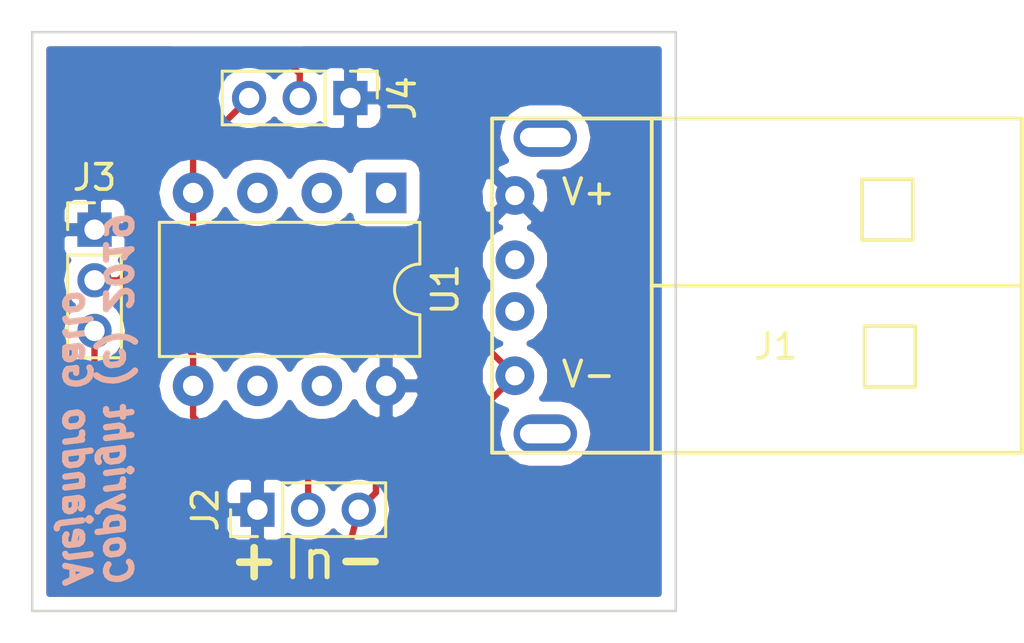
<source format=kicad_pcb>
(kicad_pcb (version 20171130) (host pcbnew 5.0.2+dfsg1-1~bpo9+1)

  (general
    (thickness 1.6)
    (drawings 9)
    (tracks 31)
    (zones 0)
    (modules 5)
    (nets 12)
  )

  (page A4)
  (layers
    (0 F.Cu signal)
    (31 B.Cu signal)
    (32 B.Adhes user)
    (33 F.Adhes user)
    (34 B.Paste user)
    (35 F.Paste user)
    (36 B.SilkS user)
    (37 F.SilkS user)
    (38 B.Mask user)
    (39 F.Mask user)
    (40 Dwgs.User user)
    (41 Cmts.User user)
    (42 Eco1.User user)
    (43 Eco2.User user)
    (44 Edge.Cuts user)
    (45 Margin user)
    (46 B.CrtYd user)
    (47 F.CrtYd user)
    (48 B.Fab user)
    (49 F.Fab user)
  )

  (setup
    (last_trace_width 0.25)
    (trace_clearance 0.2)
    (zone_clearance 0.508)
    (zone_45_only no)
    (trace_min 0.2)
    (segment_width 0.2)
    (edge_width 0.1)
    (via_size 0.8)
    (via_drill 0.4)
    (via_min_size 0.4)
    (via_min_drill 0.3)
    (uvia_size 0.3)
    (uvia_drill 0.1)
    (uvias_allowed no)
    (uvia_min_size 0.2)
    (uvia_min_drill 0.1)
    (pcb_text_width 0.3)
    (pcb_text_size 1.5 1.5)
    (mod_edge_width 0.15)
    (mod_text_size 1 1)
    (mod_text_width 0.15)
    (pad_size 1.5 1.5)
    (pad_drill 0.6)
    (pad_to_mask_clearance 0)
    (solder_mask_min_width 0.25)
    (aux_axis_origin 0 0)
    (visible_elements FFFFFF7F)
    (pcbplotparams
      (layerselection 0x010fc_ffffffff)
      (usegerberextensions false)
      (usegerberattributes false)
      (usegerberadvancedattributes false)
      (creategerberjobfile false)
      (excludeedgelayer true)
      (linewidth 0.100000)
      (plotframeref false)
      (viasonmask false)
      (mode 1)
      (useauxorigin false)
      (hpglpennumber 1)
      (hpglpenspeed 20)
      (hpglpendiameter 15.000000)
      (psnegative false)
      (psa4output false)
      (plotreference true)
      (plotvalue true)
      (plotinvisibletext false)
      (padsonsilk false)
      (subtractmaskfromsilk false)
      (outputformat 1)
      (mirror false)
      (drillshape 1)
      (scaleselection 1)
      (outputdirectory ""))
  )

  (net 0 "")
  (net 1 VCC)
  (net 2 "Net-(J1-Pad2)")
  (net 3 "Net-(J1-Pad3)")
  (net 4 GND)
  (net 5 "Net-(J1-Pad5)")
  (net 6 "Net-(U1-Pad1)")
  (net 7 "Net-(U1-Pad2)")
  (net 8 "Net-(U1-Pad6)")
  (net 9 "Net-(U1-Pad3)")
  (net 10 "Net-(U1-Pad7)")
  (net 11 DataIn)

  (net_class Default "This is the default net class."
    (clearance 0.2)
    (trace_width 0.25)
    (via_dia 0.8)
    (via_drill 0.4)
    (uvia_dia 0.3)
    (uvia_drill 0.1)
    (add_net DataIn)
    (add_net GND)
    (add_net "Net-(J1-Pad2)")
    (add_net "Net-(J1-Pad3)")
    (add_net "Net-(J1-Pad5)")
    (add_net "Net-(U1-Pad1)")
    (add_net "Net-(U1-Pad2)")
    (add_net "Net-(U1-Pad3)")
    (add_net "Net-(U1-Pad6)")
    (add_net "Net-(U1-Pad7)")
    (add_net VCC)
  )

  (module attiny-ws8212-plug:USBA_Male_ebay locked (layer F.Cu) (tedit 5D7D00FE) (tstamp 5D7D1D29)
    (at 186.69 118.11)
    (path /5D7C8945)
    (fp_text reference J1 (at 10.3 8.6) (layer F.SilkS)
      (effects (font (size 1 1) (thickness 0.15)))
    )
    (fp_text value USB_A (at 12.5 5.1) (layer F.Fab)
      (effects (font (size 1 1) (thickness 0.15)))
    )
    (fp_line (start -0.9 -0.4) (end 20 -0.4) (layer F.SilkS) (width 0.15))
    (fp_line (start -0.9 12.8) (end 20.02 12.8) (layer F.SilkS) (width 0.15))
    (fp_line (start -0.9 -0.4) (end -0.9 12.8) (layer F.SilkS) (width 0.15))
    (fp_line (start 20 -0.4) (end 20 12.8) (layer F.SilkS) (width 0.15))
    (fp_line (start 5.4 -0.4) (end 5.4 12.8) (layer F.SilkS) (width 0.15))
    (fp_line (start 5.4 6.2) (end 20 6.2) (layer F.SilkS) (width 0.15))
    (fp_line (start 13.8 7.8) (end 13.8 10.2) (layer F.SilkS) (width 0.15))
    (fp_line (start 13.8 10.2) (end 15.8 10.2) (layer F.SilkS) (width 0.15))
    (fp_line (start 15.8 10.2) (end 15.8 7.8) (layer F.SilkS) (width 0.15))
    (fp_line (start 15.8 7.8) (end 13.8 7.8) (layer F.SilkS) (width 0.15))
    (fp_line (start 13.7 4.4) (end 15.7 4.4) (layer F.SilkS) (width 0.15))
    (fp_line (start 15.7 2) (end 13.7 2) (layer F.SilkS) (width 0.15))
    (fp_line (start 15.7 4.4) (end 15.7 2) (layer F.SilkS) (width 0.15))
    (fp_line (start 13.7 2) (end 13.7 4.4) (layer F.SilkS) (width 0.15))
    (fp_text user V+ (at 2.9 2.5) (layer F.SilkS)
      (effects (font (size 1 1) (thickness 0.15)))
    )
    (fp_text user V- (at 2.9 9.7) (layer F.SilkS)
      (effects (font (size 1 1) (thickness 0.15)))
    )
    (pad 1 thru_hole circle (at 0 2.64) (size 1.524 1.524) (drill 0.762) (layers *.Cu *.Mask)
      (net 1 VCC))
    (pad 2 thru_hole circle (at 0 5.18) (size 1.524 1.524) (drill 0.762) (layers *.Cu *.Mask)
      (net 2 "Net-(J1-Pad2)"))
    (pad 3 thru_hole circle (at 0 7.22) (size 1.524 1.524) (drill 0.762) (layers *.Cu *.Mask)
      (net 3 "Net-(J1-Pad3)"))
    (pad 4 thru_hole circle (at 0 9.76 90) (size 1.524 1.524) (drill 0.762) (layers *.Cu *.Mask)
      (net 4 GND))
    (pad 5 thru_hole oval (at 1.2 0.35) (size 2.5 1.524) (drill oval 2 0.762) (layers *.Cu *.Mask)
      (net 5 "Net-(J1-Pad5)"))
    (pad 5 thru_hole oval (at 1.2 12.05) (size 2.5 1.524) (drill oval 2 0.762) (layers *.Cu *.Mask)
      (net 5 "Net-(J1-Pad5)"))
  )

  (module Connector_PinHeader_2.00mm:PinHeader_1x03_P2.00mm_Vertical (layer F.Cu) (tedit 59FED667) (tstamp 5D93747E)
    (at 176.53 133.16 90)
    (descr "Through hole straight pin header, 1x03, 2.00mm pitch, single row")
    (tags "Through hole pin header THT 1x03 2.00mm single row")
    (path /5D7C8F5F)
    (fp_text reference J2 (at 0 -2.06 90) (layer F.SilkS)
      (effects (font (size 1 1) (thickness 0.15)))
    )
    (fp_text value WS2812 (at 0 6.06 90) (layer F.Fab)
      (effects (font (size 1 1) (thickness 0.15)))
    )
    (fp_line (start -0.5 -1) (end 1 -1) (layer F.Fab) (width 0.1))
    (fp_line (start 1 -1) (end 1 5) (layer F.Fab) (width 0.1))
    (fp_line (start 1 5) (end -1 5) (layer F.Fab) (width 0.1))
    (fp_line (start -1 5) (end -1 -0.5) (layer F.Fab) (width 0.1))
    (fp_line (start -1 -0.5) (end -0.5 -1) (layer F.Fab) (width 0.1))
    (fp_line (start -1.06 5.06) (end 1.06 5.06) (layer F.SilkS) (width 0.12))
    (fp_line (start -1.06 1) (end -1.06 5.06) (layer F.SilkS) (width 0.12))
    (fp_line (start 1.06 1) (end 1.06 5.06) (layer F.SilkS) (width 0.12))
    (fp_line (start -1.06 1) (end 1.06 1) (layer F.SilkS) (width 0.12))
    (fp_line (start -1.06 0) (end -1.06 -1.06) (layer F.SilkS) (width 0.12))
    (fp_line (start -1.06 -1.06) (end 0 -1.06) (layer F.SilkS) (width 0.12))
    (fp_line (start -1.5 -1.5) (end -1.5 5.5) (layer F.CrtYd) (width 0.05))
    (fp_line (start -1.5 5.5) (end 1.5 5.5) (layer F.CrtYd) (width 0.05))
    (fp_line (start 1.5 5.5) (end 1.5 -1.5) (layer F.CrtYd) (width 0.05))
    (fp_line (start 1.5 -1.5) (end -1.5 -1.5) (layer F.CrtYd) (width 0.05))
    (fp_text user %R (at 0 2 180) (layer F.Fab)
      (effects (font (size 1 1) (thickness 0.15)))
    )
    (pad 1 thru_hole rect (at 0 0 90) (size 1.35 1.35) (drill 0.8) (layers *.Cu *.Mask)
      (net 1 VCC))
    (pad 2 thru_hole oval (at 0 2 90) (size 1.35 1.35) (drill 0.8) (layers *.Cu *.Mask)
      (net 11 DataIn))
    (pad 3 thru_hole oval (at 0 4 90) (size 1.35 1.35) (drill 0.8) (layers *.Cu *.Mask)
      (net 4 GND))
    (model ${KISYS3DMOD}/Connector_PinHeader_2.00mm.3dshapes/PinHeader_1x03_P2.00mm_Vertical.wrl
      (at (xyz 0 0 0))
      (scale (xyz 1 1 1))
      (rotate (xyz 0 0 0))
    )
  )

  (module Package_DIP:DIP-8_W7.62mm (layer F.Cu) (tedit 5A02E8C5) (tstamp 5D937432)
    (at 181.61 120.65 270)
    (descr "8-lead though-hole mounted DIP package, row spacing 7.62 mm (300 mils)")
    (tags "THT DIP DIL PDIP 2.54mm 7.62mm 300mil")
    (path /5D7C8691)
    (fp_text reference U1 (at 3.81 -2.33 270) (layer F.SilkS)
      (effects (font (size 1 1) (thickness 0.15)))
    )
    (fp_text value ATtiny13-20PU (at 3.81 9.95 270) (layer F.Fab)
      (effects (font (size 1 1) (thickness 0.15)))
    )
    (fp_arc (start 3.81 -1.33) (end 2.81 -1.33) (angle -180) (layer F.SilkS) (width 0.12))
    (fp_line (start 1.635 -1.27) (end 6.985 -1.27) (layer F.Fab) (width 0.1))
    (fp_line (start 6.985 -1.27) (end 6.985 8.89) (layer F.Fab) (width 0.1))
    (fp_line (start 6.985 8.89) (end 0.635 8.89) (layer F.Fab) (width 0.1))
    (fp_line (start 0.635 8.89) (end 0.635 -0.27) (layer F.Fab) (width 0.1))
    (fp_line (start 0.635 -0.27) (end 1.635 -1.27) (layer F.Fab) (width 0.1))
    (fp_line (start 2.81 -1.33) (end 1.16 -1.33) (layer F.SilkS) (width 0.12))
    (fp_line (start 1.16 -1.33) (end 1.16 8.95) (layer F.SilkS) (width 0.12))
    (fp_line (start 1.16 8.95) (end 6.46 8.95) (layer F.SilkS) (width 0.12))
    (fp_line (start 6.46 8.95) (end 6.46 -1.33) (layer F.SilkS) (width 0.12))
    (fp_line (start 6.46 -1.33) (end 4.81 -1.33) (layer F.SilkS) (width 0.12))
    (fp_line (start -1.1 -1.55) (end -1.1 9.15) (layer F.CrtYd) (width 0.05))
    (fp_line (start -1.1 9.15) (end 8.7 9.15) (layer F.CrtYd) (width 0.05))
    (fp_line (start 8.7 9.15) (end 8.7 -1.55) (layer F.CrtYd) (width 0.05))
    (fp_line (start 8.7 -1.55) (end -1.1 -1.55) (layer F.CrtYd) (width 0.05))
    (fp_text user %R (at 3.81 3.81 270) (layer F.Fab)
      (effects (font (size 1 1) (thickness 0.15)))
    )
    (pad 1 thru_hole rect (at 0 0 270) (size 1.6 1.6) (drill 0.8) (layers *.Cu *.Mask)
      (net 6 "Net-(U1-Pad1)"))
    (pad 5 thru_hole oval (at 7.62 7.62 270) (size 1.6 1.6) (drill 0.8) (layers *.Cu *.Mask)
      (net 11 DataIn))
    (pad 2 thru_hole oval (at 0 2.54 270) (size 1.6 1.6) (drill 0.8) (layers *.Cu *.Mask)
      (net 7 "Net-(U1-Pad2)"))
    (pad 6 thru_hole oval (at 7.62 5.08 270) (size 1.6 1.6) (drill 0.8) (layers *.Cu *.Mask)
      (net 8 "Net-(U1-Pad6)"))
    (pad 3 thru_hole oval (at 0 5.08 270) (size 1.6 1.6) (drill 0.8) (layers *.Cu *.Mask)
      (net 9 "Net-(U1-Pad3)"))
    (pad 7 thru_hole oval (at 7.62 2.54 270) (size 1.6 1.6) (drill 0.8) (layers *.Cu *.Mask)
      (net 10 "Net-(U1-Pad7)"))
    (pad 4 thru_hole oval (at 0 7.62 270) (size 1.6 1.6) (drill 0.8) (layers *.Cu *.Mask)
      (net 4 GND))
    (pad 8 thru_hole oval (at 7.62 0 270) (size 1.6 1.6) (drill 0.8) (layers *.Cu *.Mask)
      (net 1 VCC))
    (model ${KISYS3DMOD}/Package_DIP.3dshapes/DIP-8_W7.62mm.wrl
      (at (xyz 0 0 0))
      (scale (xyz 1 1 1))
      (rotate (xyz 0 0 0))
    )
  )

  (module Connector_PinHeader_2.00mm:PinHeader_1x03_P2.00mm_Vertical (layer F.Cu) (tedit 59FED667) (tstamp 5D89B20B)
    (at 170.1 122.1)
    (descr "Through hole straight pin header, 1x03, 2.00mm pitch, single row")
    (tags "Through hole pin header THT 1x03 2.00mm single row")
    (path /5D7D1FC6)
    (fp_text reference J3 (at 0 -2.06) (layer F.SilkS)
      (effects (font (size 1 1) (thickness 0.15)))
    )
    (fp_text value WS2812 (at 0 6.06) (layer F.Fab)
      (effects (font (size 1 1) (thickness 0.15)))
    )
    (fp_line (start -0.5 -1) (end 1 -1) (layer F.Fab) (width 0.1))
    (fp_line (start 1 -1) (end 1 5) (layer F.Fab) (width 0.1))
    (fp_line (start 1 5) (end -1 5) (layer F.Fab) (width 0.1))
    (fp_line (start -1 5) (end -1 -0.5) (layer F.Fab) (width 0.1))
    (fp_line (start -1 -0.5) (end -0.5 -1) (layer F.Fab) (width 0.1))
    (fp_line (start -1.06 5.06) (end 1.06 5.06) (layer F.SilkS) (width 0.12))
    (fp_line (start -1.06 1) (end -1.06 5.06) (layer F.SilkS) (width 0.12))
    (fp_line (start 1.06 1) (end 1.06 5.06) (layer F.SilkS) (width 0.12))
    (fp_line (start -1.06 1) (end 1.06 1) (layer F.SilkS) (width 0.12))
    (fp_line (start -1.06 0) (end -1.06 -1.06) (layer F.SilkS) (width 0.12))
    (fp_line (start -1.06 -1.06) (end 0 -1.06) (layer F.SilkS) (width 0.12))
    (fp_line (start -1.5 -1.5) (end -1.5 5.5) (layer F.CrtYd) (width 0.05))
    (fp_line (start -1.5 5.5) (end 1.5 5.5) (layer F.CrtYd) (width 0.05))
    (fp_line (start 1.5 5.5) (end 1.5 -1.5) (layer F.CrtYd) (width 0.05))
    (fp_line (start 1.5 -1.5) (end -1.5 -1.5) (layer F.CrtYd) (width 0.05))
    (fp_text user %R (at 0 2 90) (layer F.Fab)
      (effects (font (size 1 1) (thickness 0.15)))
    )
    (pad 1 thru_hole rect (at 0 0) (size 1.35 1.35) (drill 0.8) (layers *.Cu *.Mask)
      (net 1 VCC))
    (pad 2 thru_hole oval (at 0 2) (size 1.35 1.35) (drill 0.8) (layers *.Cu *.Mask)
      (net 11 DataIn))
    (pad 3 thru_hole oval (at 0 4) (size 1.35 1.35) (drill 0.8) (layers *.Cu *.Mask)
      (net 4 GND))
    (model ${KISYS3DMOD}/Connector_PinHeader_2.00mm.3dshapes/PinHeader_1x03_P2.00mm_Vertical.wrl
      (at (xyz 0 0 0))
      (scale (xyz 1 1 1))
      (rotate (xyz 0 0 0))
    )
  )

  (module Connector_PinHeader_2.00mm:PinHeader_1x03_P2.00mm_Vertical (layer F.Cu) (tedit 59FED667) (tstamp 5D89B222)
    (at 180.2 116.9 270)
    (descr "Through hole straight pin header, 1x03, 2.00mm pitch, single row")
    (tags "Through hole pin header THT 1x03 2.00mm single row")
    (path /5D7D2082)
    (fp_text reference J4 (at 0 -2.06 270) (layer F.SilkS)
      (effects (font (size 1 1) (thickness 0.15)))
    )
    (fp_text value WS2812 (at 0 6.06 270) (layer F.Fab)
      (effects (font (size 1 1) (thickness 0.15)))
    )
    (fp_text user %R (at 0 2) (layer F.Fab)
      (effects (font (size 1 1) (thickness 0.15)))
    )
    (fp_line (start 1.5 -1.5) (end -1.5 -1.5) (layer F.CrtYd) (width 0.05))
    (fp_line (start 1.5 5.5) (end 1.5 -1.5) (layer F.CrtYd) (width 0.05))
    (fp_line (start -1.5 5.5) (end 1.5 5.5) (layer F.CrtYd) (width 0.05))
    (fp_line (start -1.5 -1.5) (end -1.5 5.5) (layer F.CrtYd) (width 0.05))
    (fp_line (start -1.06 -1.06) (end 0 -1.06) (layer F.SilkS) (width 0.12))
    (fp_line (start -1.06 0) (end -1.06 -1.06) (layer F.SilkS) (width 0.12))
    (fp_line (start -1.06 1) (end 1.06 1) (layer F.SilkS) (width 0.12))
    (fp_line (start 1.06 1) (end 1.06 5.06) (layer F.SilkS) (width 0.12))
    (fp_line (start -1.06 1) (end -1.06 5.06) (layer F.SilkS) (width 0.12))
    (fp_line (start -1.06 5.06) (end 1.06 5.06) (layer F.SilkS) (width 0.12))
    (fp_line (start -1 -0.5) (end -0.5 -1) (layer F.Fab) (width 0.1))
    (fp_line (start -1 5) (end -1 -0.5) (layer F.Fab) (width 0.1))
    (fp_line (start 1 5) (end -1 5) (layer F.Fab) (width 0.1))
    (fp_line (start 1 -1) (end 1 5) (layer F.Fab) (width 0.1))
    (fp_line (start -0.5 -1) (end 1 -1) (layer F.Fab) (width 0.1))
    (pad 3 thru_hole oval (at 0 4 270) (size 1.35 1.35) (drill 0.8) (layers *.Cu *.Mask)
      (net 4 GND))
    (pad 2 thru_hole oval (at 0 2 270) (size 1.35 1.35) (drill 0.8) (layers *.Cu *.Mask)
      (net 11 DataIn))
    (pad 1 thru_hole rect (at 0 0 270) (size 1.35 1.35) (drill 0.8) (layers *.Cu *.Mask)
      (net 1 VCC))
    (model ${KISYS3DMOD}/Connector_PinHeader_2.00mm.3dshapes/PinHeader_1x03_P2.00mm_Vertical.wrl
      (at (xyz 0 0 0))
      (scale (xyz 1 1 1))
      (rotate (xyz 0 0 0))
    )
  )

  (gr_text + (at 176.4 135.34 180) (layer F.SilkS) (tstamp 5D7D1D62)
    (effects (font (size 1.5 1.5) (thickness 0.3)))
  )
  (gr_text In (at 178.6 135.125) (layer F.SilkS) (tstamp 5D7D1D6E)
    (effects (font (size 1.5 1.5) (thickness 0.2)))
  )
  (gr_text - (at 180.6 135.1) (layer F.SilkS) (tstamp 5D7D1D73)
    (effects (font (size 1.5 1.5) (thickness 0.3)))
  )
  (gr_text "Copyright (c) 2019\nAlejandro Gallo" (at 170.2 136.3 270) (layer B.SilkS) (tstamp 5D7D1C68)
    (effects (font (size 1 1) (thickness 0.25) italic) (justify left mirror))
  )
  (gr_line (start 167.64 114.3) (end 168.91 114.3) (layer Edge.Cuts) (width 0.1))
  (gr_line (start 167.64 137.16) (end 167.64 114.3) (layer Edge.Cuts) (width 0.1))
  (gr_line (start 193.04 137.16) (end 167.64 137.16) (layer Edge.Cuts) (width 0.1))
  (gr_line (start 193.04 114.3) (end 193.04 137.16) (layer Edge.Cuts) (width 0.1))
  (gr_line (start 168.91 114.3) (end 193.04 114.3) (layer Edge.Cuts) (width 0.1))

  (segment (start 181.204999 132.485001) (end 181.204999 131.795001) (width 0.25) (layer F.Cu) (net 4))
  (segment (start 180.53 133.16) (end 181.204999 132.485001) (width 0.25) (layer F.Cu) (net 4))
  (segment (start 181.204999 131.795001) (end 183 130) (width 0.25) (layer F.Cu) (net 4))
  (segment (start 184.56 130) (end 186.69 127.87) (width 0.25) (layer F.Cu) (net 4))
  (segment (start 183 130) (end 184.56 130) (width 0.25) (layer F.Cu) (net 4))
  (segment (start 173.99 120.65) (end 173.99 122.49) (width 0.25) (layer F.Cu) (net 4))
  (segment (start 173.99 122.49) (end 177.5 126) (width 0.25) (layer F.Cu) (net 4))
  (segment (start 184.82 126) (end 186.69 127.87) (width 0.25) (layer F.Cu) (net 4))
  (segment (start 177.5 126) (end 184.82 126) (width 0.25) (layer F.Cu) (net 4))
  (segment (start 173.99 119.11) (end 173.99 120.65) (width 0.25) (layer F.Cu) (net 4))
  (segment (start 176.2 116.9) (end 173.99 119.11) (width 0.25) (layer F.Cu) (net 4))
  (segment (start 180.1 134.8) (end 180.53 133.16) (width 0.25) (layer F.Cu) (net 4))
  (segment (start 179.2 135.5) (end 180.1 134.8) (width 0.25) (layer F.Cu) (net 4))
  (segment (start 170.1 126.1) (end 170.1 131.9) (width 0.25) (layer F.Cu) (net 4))
  (segment (start 170.1 131.9) (end 173.7 135.5) (width 0.25) (layer F.Cu) (net 4))
  (segment (start 173.7 135.5) (end 179.2 135.5) (width 0.25) (layer F.Cu) (net 4))
  (segment (start 173.99 128.27) (end 173.99 129.49) (width 0.25) (layer F.Cu) (net 11))
  (segment (start 173.99 129.49) (end 174.5 130) (width 0.25) (layer F.Cu) (net 11))
  (segment (start 174.5 130) (end 177.5 130) (width 0.25) (layer F.Cu) (net 11))
  (segment (start 178.53 131.03) (end 178.53 133.16) (width 0.25) (layer F.Cu) (net 11))
  (segment (start 177.5 130) (end 178.53 131.03) (width 0.25) (layer F.Cu) (net 11))
  (segment (start 173.99 127.035406) (end 173.99 127.13863) (width 0.25) (layer F.Cu) (net 11))
  (segment (start 173.99 127.13863) (end 173.99 128.27) (width 0.25) (layer F.Cu) (net 11))
  (segment (start 171.054594 124.1) (end 173.99 127.035406) (width 0.25) (layer F.Cu) (net 11))
  (segment (start 170.1 124.1) (end 171.054594 124.1) (width 0.25) (layer F.Cu) (net 11))
  (segment (start 172 123.154594) (end 171.054594 124.1) (width 0.25) (layer F.Cu) (net 11))
  (segment (start 172 117.2) (end 172 123.154594) (width 0.25) (layer F.Cu) (net 11))
  (segment (start 178.2 116.9) (end 178.2 115.945406) (width 0.25) (layer F.Cu) (net 11))
  (segment (start 178.2 115.945406) (end 177.554594 115.3) (width 0.25) (layer F.Cu) (net 11))
  (segment (start 177.554594 115.3) (end 173.9 115.3) (width 0.25) (layer F.Cu) (net 11))
  (segment (start 173.9 115.3) (end 172 117.2) (width 0.25) (layer F.Cu) (net 11))

  (zone (net 1) (net_name VCC) (layer F.Cu) (tstamp 0) (hatch edge 0.508)
    (connect_pads (clearance 0.508))
    (min_thickness 0.254)
    (fill yes (arc_segments 16) (thermal_gap 0.508) (thermal_bridge_width 0.508))
    (polygon
      (pts
        (xy 195.58 138.43) (xy 166.37 138.43) (xy 166.37 113.03) (xy 195.58 113.03)
      )
    )
    (filled_polygon
      (pts
        (xy 171.51553 116.609669) (xy 171.452071 116.652071) (xy 171.284096 116.903464) (xy 171.24 117.125149) (xy 171.24 117.125153)
        (xy 171.225112 117.2) (xy 171.24 117.274847) (xy 171.240001 120.991975) (xy 171.134698 120.886673) (xy 170.901309 120.79)
        (xy 170.38575 120.79) (xy 170.227 120.94875) (xy 170.227 121.973) (xy 170.247 121.973) (xy 170.247 122.227)
        (xy 170.227 122.227) (xy 170.227 122.247) (xy 169.973 122.247) (xy 169.973 122.227) (xy 168.94875 122.227)
        (xy 168.79 122.38575) (xy 168.79 122.90131) (xy 168.886673 123.134699) (xy 169.056198 123.304223) (xy 168.866007 123.588864)
        (xy 168.764336 124.1) (xy 168.866007 124.611136) (xy 169.155543 125.044457) (xy 169.238669 125.1) (xy 169.155543 125.155543)
        (xy 168.866007 125.588864) (xy 168.764336 126.1) (xy 168.866007 126.611136) (xy 169.155543 127.044457) (xy 169.34 127.167707)
        (xy 169.340001 131.825148) (xy 169.325112 131.9) (xy 169.340001 131.974852) (xy 169.384097 132.196537) (xy 169.552072 132.447929)
        (xy 169.615528 132.490329) (xy 173.109671 135.984473) (xy 173.152071 136.047929) (xy 173.215527 136.090329) (xy 173.403462 136.215904)
        (xy 173.451605 136.22548) (xy 173.625148 136.26) (xy 173.625152 136.26) (xy 173.7 136.274888) (xy 173.774848 136.26)
        (xy 179.077081 136.26) (xy 179.103887 136.268904) (xy 179.227352 136.26) (xy 179.274852 136.26) (xy 179.301869 136.254626)
        (xy 179.40545 136.247156) (xy 179.448882 136.225383) (xy 179.496537 136.215904) (xy 179.582893 136.158203) (xy 179.60751 136.145862)
        (xy 179.644992 136.11671) (xy 179.747929 136.047929) (xy 179.763623 136.024441) (xy 180.467194 135.47722) (xy 180.491046 135.46898)
        (xy 180.58586 135.384924) (xy 180.625679 135.353954) (xy 180.641782 135.335347) (xy 180.717287 135.26841) (xy 180.739845 135.22204)
        (xy 180.773594 135.183045) (xy 180.805406 135.087275) (xy 180.816166 135.065157) (xy 180.828955 135.016381) (xy 180.868904 134.896114)
        (xy 180.867089 134.870941) (xy 180.989446 134.404275) (xy 181.041136 134.393993) (xy 181.474457 134.104457) (xy 181.763993 133.671136)
        (xy 181.865664 133.16) (xy 181.820325 132.932064) (xy 181.858955 132.87425) (xy 181.920903 132.781539) (xy 181.942117 132.674889)
        (xy 181.964999 132.559853) (xy 181.964999 132.559849) (xy 181.979887 132.485001) (xy 181.964999 132.410153) (xy 181.964999 132.109802)
        (xy 183.314802 130.76) (xy 184.485153 130.76) (xy 184.56 130.774888) (xy 184.634847 130.76) (xy 184.634852 130.76)
        (xy 184.856537 130.715904) (xy 185.107929 130.547929) (xy 185.150331 130.48447) (xy 186.219305 129.415496) (xy 186.086056 129.614918)
        (xy 185.977632 130.16) (xy 186.086056 130.705082) (xy 186.39482 131.16718) (xy 186.856918 131.475944) (xy 187.264412 131.557)
        (xy 188.515588 131.557) (xy 188.923082 131.475944) (xy 189.38518 131.16718) (xy 189.693944 130.705082) (xy 189.802368 130.16)
        (xy 189.693944 129.614918) (xy 189.38518 129.15282) (xy 188.923082 128.844056) (xy 188.515588 128.763) (xy 187.772657 128.763)
        (xy 187.87432 128.661337) (xy 188.087 128.147881) (xy 188.087 127.592119) (xy 187.87432 127.078663) (xy 187.481337 126.68568)
        (xy 187.274487 126.6) (xy 187.481337 126.51432) (xy 187.87432 126.121337) (xy 188.087 125.607881) (xy 188.087 125.052119)
        (xy 187.87432 124.538663) (xy 187.645657 124.31) (xy 187.87432 124.081337) (xy 188.087 123.567881) (xy 188.087 123.012119)
        (xy 187.87432 122.498663) (xy 187.481337 122.10568) (xy 187.290353 122.026572) (xy 187.421143 121.972397) (xy 187.490608 121.730213)
        (xy 186.69 120.929605) (xy 185.889392 121.730213) (xy 185.958857 121.972397) (xy 186.099393 122.022535) (xy 185.898663 122.10568)
        (xy 185.50568 122.498663) (xy 185.293 123.012119) (xy 185.293 123.567881) (xy 185.50568 124.081337) (xy 185.734343 124.31)
        (xy 185.50568 124.538663) (xy 185.293 125.052119) (xy 185.293 125.402005) (xy 185.116537 125.284096) (xy 184.894852 125.24)
        (xy 184.894847 125.24) (xy 184.82 125.225112) (xy 184.745153 125.24) (xy 177.814802 125.24) (xy 174.75 122.175199)
        (xy 174.75 121.868043) (xy 175.024577 121.684577) (xy 175.26 121.332242) (xy 175.495423 121.684577) (xy 175.970091 122.00174)
        (xy 176.388667 122.085) (xy 176.671333 122.085) (xy 177.089909 122.00174) (xy 177.564577 121.684577) (xy 177.8 121.332242)
        (xy 178.035423 121.684577) (xy 178.510091 122.00174) (xy 178.928667 122.085) (xy 179.211333 122.085) (xy 179.629909 122.00174)
        (xy 180.104577 121.684577) (xy 180.185215 121.563894) (xy 180.211843 121.697765) (xy 180.352191 121.907809) (xy 180.562235 122.048157)
        (xy 180.81 122.09744) (xy 182.41 122.09744) (xy 182.657765 122.048157) (xy 182.867809 121.907809) (xy 183.008157 121.697765)
        (xy 183.05744 121.45) (xy 183.05744 120.542302) (xy 185.280856 120.542302) (xy 185.308638 121.097368) (xy 185.467603 121.481143)
        (xy 185.709787 121.550608) (xy 186.510395 120.75) (xy 185.709787 119.949392) (xy 185.467603 120.018857) (xy 185.280856 120.542302)
        (xy 183.05744 120.542302) (xy 183.05744 119.85) (xy 183.041485 119.769787) (xy 185.889392 119.769787) (xy 186.69 120.570395)
        (xy 186.704143 120.556253) (xy 186.883748 120.735858) (xy 186.869605 120.75) (xy 187.670213 121.550608) (xy 187.912397 121.481143)
        (xy 188.099144 120.957698) (xy 188.071362 120.402632) (xy 187.912397 120.018857) (xy 187.670215 119.949393) (xy 187.762608 119.857)
        (xy 188.515588 119.857) (xy 188.923082 119.775944) (xy 189.38518 119.46718) (xy 189.693944 119.005082) (xy 189.802368 118.46)
        (xy 189.693944 117.914918) (xy 189.38518 117.45282) (xy 188.923082 117.144056) (xy 188.515588 117.063) (xy 187.264412 117.063)
        (xy 186.856918 117.144056) (xy 186.39482 117.45282) (xy 186.086056 117.914918) (xy 185.977632 118.46) (xy 186.086056 119.005082)
        (xy 186.331937 119.373068) (xy 185.958857 119.527603) (xy 185.889392 119.769787) (xy 183.041485 119.769787) (xy 183.008157 119.602235)
        (xy 182.867809 119.392191) (xy 182.657765 119.251843) (xy 182.41 119.20256) (xy 180.81 119.20256) (xy 180.562235 119.251843)
        (xy 180.352191 119.392191) (xy 180.211843 119.602235) (xy 180.185215 119.736106) (xy 180.104577 119.615423) (xy 179.629909 119.29826)
        (xy 179.211333 119.215) (xy 178.928667 119.215) (xy 178.510091 119.29826) (xy 178.035423 119.615423) (xy 177.8 119.967758)
        (xy 177.564577 119.615423) (xy 177.089909 119.29826) (xy 176.671333 119.215) (xy 176.388667 119.215) (xy 175.970091 119.29826)
        (xy 175.495423 119.615423) (xy 175.26 119.967758) (xy 175.024577 119.615423) (xy 174.75 119.431957) (xy 174.75 119.424801)
        (xy 175.982417 118.192384) (xy 176.070978 118.21) (xy 176.329022 118.21) (xy 176.711136 118.133993) (xy 177.144457 117.844457)
        (xy 177.2 117.761331) (xy 177.255543 117.844457) (xy 177.688864 118.133993) (xy 178.070978 118.21) (xy 178.329022 118.21)
        (xy 178.711136 118.133993) (xy 178.995777 117.943802) (xy 179.165301 118.113327) (xy 179.39869 118.21) (xy 179.91425 118.21)
        (xy 180.073 118.05125) (xy 180.073 117.027) (xy 180.327 117.027) (xy 180.327 118.05125) (xy 180.48575 118.21)
        (xy 181.00131 118.21) (xy 181.234699 118.113327) (xy 181.413327 117.934698) (xy 181.51 117.701309) (xy 181.51 117.18575)
        (xy 181.35125 117.027) (xy 180.327 117.027) (xy 180.073 117.027) (xy 180.053 117.027) (xy 180.053 116.773)
        (xy 180.073 116.773) (xy 180.073 115.74875) (xy 180.327 115.74875) (xy 180.327 116.773) (xy 181.35125 116.773)
        (xy 181.51 116.61425) (xy 181.51 116.098691) (xy 181.413327 115.865302) (xy 181.234699 115.686673) (xy 181.00131 115.59)
        (xy 180.48575 115.59) (xy 180.327 115.74875) (xy 180.073 115.74875) (xy 179.91425 115.59) (xy 179.39869 115.59)
        (xy 179.165301 115.686673) (xy 178.995777 115.856198) (xy 178.951223 115.826428) (xy 178.915904 115.648869) (xy 178.747929 115.397477)
        (xy 178.684473 115.355077) (xy 178.314395 114.985) (xy 192.355 114.985) (xy 192.355001 136.475) (xy 168.325 136.475)
        (xy 168.325 121.29869) (xy 168.79 121.29869) (xy 168.79 121.81425) (xy 168.94875 121.973) (xy 169.973 121.973)
        (xy 169.973 120.94875) (xy 169.81425 120.79) (xy 169.298691 120.79) (xy 169.065302 120.886673) (xy 168.886673 121.065301)
        (xy 168.79 121.29869) (xy 168.325 121.29869) (xy 168.325 114.985) (xy 173.140198 114.985)
      )
    )
    (filled_polygon
      (pts
        (xy 173.051211 127.171419) (xy 172.955423 127.235423) (xy 172.63826 127.710091) (xy 172.526887 128.27) (xy 172.63826 128.829909)
        (xy 172.955423 129.304577) (xy 173.217202 129.479492) (xy 173.215112 129.49) (xy 173.230001 129.564852) (xy 173.274097 129.786537)
        (xy 173.442072 130.037929) (xy 173.505527 130.080329) (xy 173.909671 130.484472) (xy 173.952071 130.547929) (xy 174.203463 130.715904)
        (xy 174.425148 130.76) (xy 174.425153 130.76) (xy 174.5 130.774888) (xy 174.574847 130.76) (xy 177.185199 130.76)
        (xy 177.77 131.344802) (xy 177.77 132.092292) (xy 177.734223 132.116198) (xy 177.564699 131.946673) (xy 177.33131 131.85)
        (xy 176.81575 131.85) (xy 176.657 132.00875) (xy 176.657 133.033) (xy 176.677 133.033) (xy 176.677 133.287)
        (xy 176.657 133.287) (xy 176.657 134.31125) (xy 176.81575 134.47) (xy 177.33131 134.47) (xy 177.564699 134.373327)
        (xy 177.734223 134.203802) (xy 178.018864 134.393993) (xy 178.400978 134.47) (xy 178.659022 134.47) (xy 179.041136 134.393993)
        (xy 179.474457 134.104457) (xy 179.511031 134.04972) (xy 179.430156 134.358175) (xy 178.939238 134.74) (xy 174.014802 134.74)
        (xy 172.720552 133.44575) (xy 175.22 133.44575) (xy 175.22 133.961309) (xy 175.316673 134.194698) (xy 175.495301 134.373327)
        (xy 175.72869 134.47) (xy 176.24425 134.47) (xy 176.403 134.31125) (xy 176.403 133.287) (xy 175.37875 133.287)
        (xy 175.22 133.44575) (xy 172.720552 133.44575) (xy 171.633493 132.358691) (xy 175.22 132.358691) (xy 175.22 132.87425)
        (xy 175.37875 133.033) (xy 176.403 133.033) (xy 176.403 132.00875) (xy 176.24425 131.85) (xy 175.72869 131.85)
        (xy 175.495301 131.946673) (xy 175.316673 132.125302) (xy 175.22 132.358691) (xy 171.633493 132.358691) (xy 170.86 131.585199)
        (xy 170.86 127.167707) (xy 171.044457 127.044457) (xy 171.333993 126.611136) (xy 171.435664 126.1) (xy 171.333993 125.588864)
        (xy 171.062824 125.183031)
      )
    )
    (filled_polygon
      (pts
        (xy 172.955423 121.684577) (xy 173.230001 121.868044) (xy 173.230001 122.415148) (xy 173.215112 122.49) (xy 173.230001 122.564852)
        (xy 173.274097 122.786537) (xy 173.442072 123.037929) (xy 173.505528 123.080329) (xy 176.90967 126.484472) (xy 176.952071 126.547929)
        (xy 177.203463 126.715904) (xy 177.425148 126.76) (xy 177.425152 126.76) (xy 177.5 126.774888) (xy 177.574848 126.76)
        (xy 184.505199 126.76) (xy 185.30598 127.560782) (xy 185.293 127.592119) (xy 185.293 128.147881) (xy 185.30598 128.179218)
        (xy 184.245199 129.24) (xy 183.074848 129.24) (xy 183 129.225112) (xy 182.925152 129.24) (xy 182.925148 129.24)
        (xy 182.751605 129.27452) (xy 182.703462 129.284096) (xy 182.516418 129.409076) (xy 182.452071 129.452071) (xy 182.409671 129.515527)
        (xy 180.720527 131.204672) (xy 180.657071 131.247072) (xy 180.489096 131.498464) (xy 180.444999 131.720149) (xy 180.444999 131.720154)
        (xy 180.430111 131.795001) (xy 180.441051 131.85) (xy 180.400978 131.85) (xy 180.018864 131.926007) (xy 179.585543 132.215543)
        (xy 179.53 132.298669) (xy 179.474457 132.215543) (xy 179.29 132.092293) (xy 179.29 131.104847) (xy 179.304888 131.03)
        (xy 179.29 130.955153) (xy 179.29 130.955148) (xy 179.245904 130.733463) (xy 179.077929 130.482071) (xy 179.014473 130.439671)
        (xy 178.090331 129.51553) (xy 178.047929 129.452071) (xy 177.796537 129.284096) (xy 177.603869 129.245772) (xy 177.8 128.952242)
        (xy 178.035423 129.304577) (xy 178.510091 129.62174) (xy 178.928667 129.705) (xy 179.211333 129.705) (xy 179.629909 129.62174)
        (xy 180.104577 129.304577) (xy 180.360947 128.920892) (xy 180.457611 129.125134) (xy 180.872577 129.501041) (xy 181.260961 129.661904)
        (xy 181.483 129.539915) (xy 181.483 128.397) (xy 181.737 128.397) (xy 181.737 129.539915) (xy 181.959039 129.661904)
        (xy 182.347423 129.501041) (xy 182.762389 129.125134) (xy 183.001914 128.619041) (xy 182.880629 128.397) (xy 181.737 128.397)
        (xy 181.483 128.397) (xy 181.463 128.397) (xy 181.463 128.143) (xy 181.483 128.143) (xy 181.483 127.000085)
        (xy 181.737 127.000085) (xy 181.737 128.143) (xy 182.880629 128.143) (xy 183.001914 127.920959) (xy 182.762389 127.414866)
        (xy 182.347423 127.038959) (xy 181.959039 126.878096) (xy 181.737 127.000085) (xy 181.483 127.000085) (xy 181.260961 126.878096)
        (xy 180.872577 127.038959) (xy 180.457611 127.414866) (xy 180.360947 127.619108) (xy 180.104577 127.235423) (xy 179.629909 126.91826)
        (xy 179.211333 126.835) (xy 178.928667 126.835) (xy 178.510091 126.91826) (xy 178.035423 127.235423) (xy 177.8 127.587758)
        (xy 177.564577 127.235423) (xy 177.089909 126.91826) (xy 176.671333 126.835) (xy 176.388667 126.835) (xy 175.970091 126.91826)
        (xy 175.495423 127.235423) (xy 175.26 127.587758) (xy 175.024577 127.235423) (xy 174.760235 127.058796) (xy 174.764888 127.035406)
        (xy 174.75 126.960559) (xy 174.75 126.960554) (xy 174.705904 126.738869) (xy 174.537929 126.487477) (xy 174.474473 126.445077)
        (xy 172.129395 124.1) (xy 172.484473 123.744923) (xy 172.547929 123.702523) (xy 172.715904 123.451131) (xy 172.76 123.229446)
        (xy 172.76 123.229441) (xy 172.774888 123.154594) (xy 172.76 123.079747) (xy 172.76 121.392106)
      )
    )
  )
  (zone (net 1) (net_name VCC) (layer B.Cu) (tstamp 0) (hatch edge 0.508)
    (connect_pads (clearance 0.508))
    (min_thickness 0.254)
    (fill yes (arc_segments 16) (thermal_gap 0.508) (thermal_bridge_width 0.508))
    (polygon
      (pts
        (xy 195.58 138.43) (xy 166.37 138.43) (xy 166.37 113.03) (xy 195.58 113.03)
      )
    )
    (filled_polygon
      (pts
        (xy 192.355001 136.475) (xy 168.325 136.475) (xy 168.325 133.44575) (xy 175.22 133.44575) (xy 175.22 133.961309)
        (xy 175.316673 134.194698) (xy 175.495301 134.373327) (xy 175.72869 134.47) (xy 176.24425 134.47) (xy 176.403 134.31125)
        (xy 176.403 133.287) (xy 175.37875 133.287) (xy 175.22 133.44575) (xy 168.325 133.44575) (xy 168.325 132.358691)
        (xy 175.22 132.358691) (xy 175.22 132.87425) (xy 175.37875 133.033) (xy 176.403 133.033) (xy 176.403 132.00875)
        (xy 176.657 132.00875) (xy 176.657 133.033) (xy 176.677 133.033) (xy 176.677 133.287) (xy 176.657 133.287)
        (xy 176.657 134.31125) (xy 176.81575 134.47) (xy 177.33131 134.47) (xy 177.564699 134.373327) (xy 177.734223 134.203802)
        (xy 178.018864 134.393993) (xy 178.400978 134.47) (xy 178.659022 134.47) (xy 179.041136 134.393993) (xy 179.474457 134.104457)
        (xy 179.53 134.021331) (xy 179.585543 134.104457) (xy 180.018864 134.393993) (xy 180.400978 134.47) (xy 180.659022 134.47)
        (xy 181.041136 134.393993) (xy 181.474457 134.104457) (xy 181.763993 133.671136) (xy 181.865664 133.16) (xy 181.763993 132.648864)
        (xy 181.474457 132.215543) (xy 181.041136 131.926007) (xy 180.659022 131.85) (xy 180.400978 131.85) (xy 180.018864 131.926007)
        (xy 179.585543 132.215543) (xy 179.53 132.298669) (xy 179.474457 132.215543) (xy 179.041136 131.926007) (xy 178.659022 131.85)
        (xy 178.400978 131.85) (xy 178.018864 131.926007) (xy 177.734223 132.116198) (xy 177.564699 131.946673) (xy 177.33131 131.85)
        (xy 176.81575 131.85) (xy 176.657 132.00875) (xy 176.403 132.00875) (xy 176.24425 131.85) (xy 175.72869 131.85)
        (xy 175.495301 131.946673) (xy 175.316673 132.125302) (xy 175.22 132.358691) (xy 168.325 132.358691) (xy 168.325 128.27)
        (xy 172.526887 128.27) (xy 172.63826 128.829909) (xy 172.955423 129.304577) (xy 173.430091 129.62174) (xy 173.848667 129.705)
        (xy 174.131333 129.705) (xy 174.549909 129.62174) (xy 175.024577 129.304577) (xy 175.26 128.952242) (xy 175.495423 129.304577)
        (xy 175.970091 129.62174) (xy 176.388667 129.705) (xy 176.671333 129.705) (xy 177.089909 129.62174) (xy 177.564577 129.304577)
        (xy 177.8 128.952242) (xy 178.035423 129.304577) (xy 178.510091 129.62174) (xy 178.928667 129.705) (xy 179.211333 129.705)
        (xy 179.629909 129.62174) (xy 180.104577 129.304577) (xy 180.360947 128.920892) (xy 180.457611 129.125134) (xy 180.872577 129.501041)
        (xy 181.260961 129.661904) (xy 181.483 129.539915) (xy 181.483 128.397) (xy 181.737 128.397) (xy 181.737 129.539915)
        (xy 181.959039 129.661904) (xy 182.347423 129.501041) (xy 182.762389 129.125134) (xy 183.001914 128.619041) (xy 182.880629 128.397)
        (xy 181.737 128.397) (xy 181.483 128.397) (xy 181.463 128.397) (xy 181.463 128.143) (xy 181.483 128.143)
        (xy 181.483 127.000085) (xy 181.737 127.000085) (xy 181.737 128.143) (xy 182.880629 128.143) (xy 183.001914 127.920959)
        (xy 182.762389 127.414866) (xy 182.347423 127.038959) (xy 181.959039 126.878096) (xy 181.737 127.000085) (xy 181.483 127.000085)
        (xy 181.260961 126.878096) (xy 180.872577 127.038959) (xy 180.457611 127.414866) (xy 180.360947 127.619108) (xy 180.104577 127.235423)
        (xy 179.629909 126.91826) (xy 179.211333 126.835) (xy 178.928667 126.835) (xy 178.510091 126.91826) (xy 178.035423 127.235423)
        (xy 177.8 127.587758) (xy 177.564577 127.235423) (xy 177.089909 126.91826) (xy 176.671333 126.835) (xy 176.388667 126.835)
        (xy 175.970091 126.91826) (xy 175.495423 127.235423) (xy 175.26 127.587758) (xy 175.024577 127.235423) (xy 174.549909 126.91826)
        (xy 174.131333 126.835) (xy 173.848667 126.835) (xy 173.430091 126.91826) (xy 172.955423 127.235423) (xy 172.63826 127.710091)
        (xy 172.526887 128.27) (xy 168.325 128.27) (xy 168.325 124.1) (xy 168.764336 124.1) (xy 168.866007 124.611136)
        (xy 169.155543 125.044457) (xy 169.238669 125.1) (xy 169.155543 125.155543) (xy 168.866007 125.588864) (xy 168.764336 126.1)
        (xy 168.866007 126.611136) (xy 169.155543 127.044457) (xy 169.588864 127.333993) (xy 169.970978 127.41) (xy 170.229022 127.41)
        (xy 170.611136 127.333993) (xy 171.044457 127.044457) (xy 171.333993 126.611136) (xy 171.435664 126.1) (xy 171.333993 125.588864)
        (xy 171.044457 125.155543) (xy 170.961331 125.1) (xy 171.044457 125.044457) (xy 171.333993 124.611136) (xy 171.435664 124.1)
        (xy 171.333993 123.588864) (xy 171.143802 123.304223) (xy 171.313327 123.134699) (xy 171.364101 123.012119) (xy 185.293 123.012119)
        (xy 185.293 123.567881) (xy 185.50568 124.081337) (xy 185.734343 124.31) (xy 185.50568 124.538663) (xy 185.293 125.052119)
        (xy 185.293 125.607881) (xy 185.50568 126.121337) (xy 185.898663 126.51432) (xy 186.105513 126.6) (xy 185.898663 126.68568)
        (xy 185.50568 127.078663) (xy 185.293 127.592119) (xy 185.293 128.147881) (xy 185.50568 128.661337) (xy 185.898663 129.05432)
        (xy 186.338815 129.236637) (xy 186.086056 129.614918) (xy 185.977632 130.16) (xy 186.086056 130.705082) (xy 186.39482 131.16718)
        (xy 186.856918 131.475944) (xy 187.264412 131.557) (xy 188.515588 131.557) (xy 188.923082 131.475944) (xy 189.38518 131.16718)
        (xy 189.693944 130.705082) (xy 189.802368 130.16) (xy 189.693944 129.614918) (xy 189.38518 129.15282) (xy 188.923082 128.844056)
        (xy 188.515588 128.763) (xy 187.772657 128.763) (xy 187.87432 128.661337) (xy 188.087 128.147881) (xy 188.087 127.592119)
        (xy 187.87432 127.078663) (xy 187.481337 126.68568) (xy 187.274487 126.6) (xy 187.481337 126.51432) (xy 187.87432 126.121337)
        (xy 188.087 125.607881) (xy 188.087 125.052119) (xy 187.87432 124.538663) (xy 187.645657 124.31) (xy 187.87432 124.081337)
        (xy 188.087 123.567881) (xy 188.087 123.012119) (xy 187.87432 122.498663) (xy 187.481337 122.10568) (xy 187.290353 122.026572)
        (xy 187.421143 121.972397) (xy 187.490608 121.730213) (xy 186.69 120.929605) (xy 185.889392 121.730213) (xy 185.958857 121.972397)
        (xy 186.099393 122.022535) (xy 185.898663 122.10568) (xy 185.50568 122.498663) (xy 185.293 123.012119) (xy 171.364101 123.012119)
        (xy 171.41 122.90131) (xy 171.41 122.38575) (xy 171.25125 122.227) (xy 170.227 122.227) (xy 170.227 122.247)
        (xy 169.973 122.247) (xy 169.973 122.227) (xy 168.94875 122.227) (xy 168.79 122.38575) (xy 168.79 122.90131)
        (xy 168.886673 123.134699) (xy 169.056198 123.304223) (xy 168.866007 123.588864) (xy 168.764336 124.1) (xy 168.325 124.1)
        (xy 168.325 121.29869) (xy 168.79 121.29869) (xy 168.79 121.81425) (xy 168.94875 121.973) (xy 169.973 121.973)
        (xy 169.973 120.94875) (xy 170.227 120.94875) (xy 170.227 121.973) (xy 171.25125 121.973) (xy 171.41 121.81425)
        (xy 171.41 121.29869) (xy 171.313327 121.065301) (xy 171.134698 120.886673) (xy 170.901309 120.79) (xy 170.38575 120.79)
        (xy 170.227 120.94875) (xy 169.973 120.94875) (xy 169.81425 120.79) (xy 169.298691 120.79) (xy 169.065302 120.886673)
        (xy 168.886673 121.065301) (xy 168.79 121.29869) (xy 168.325 121.29869) (xy 168.325 120.65) (xy 172.526887 120.65)
        (xy 172.63826 121.209909) (xy 172.955423 121.684577) (xy 173.430091 122.00174) (xy 173.848667 122.085) (xy 174.131333 122.085)
        (xy 174.549909 122.00174) (xy 175.024577 121.684577) (xy 175.26 121.332242) (xy 175.495423 121.684577) (xy 175.970091 122.00174)
        (xy 176.388667 122.085) (xy 176.671333 122.085) (xy 177.089909 122.00174) (xy 177.564577 121.684577) (xy 177.8 121.332242)
        (xy 178.035423 121.684577) (xy 178.510091 122.00174) (xy 178.928667 122.085) (xy 179.211333 122.085) (xy 179.629909 122.00174)
        (xy 180.104577 121.684577) (xy 180.185215 121.563894) (xy 180.211843 121.697765) (xy 180.352191 121.907809) (xy 180.562235 122.048157)
        (xy 180.81 122.09744) (xy 182.41 122.09744) (xy 182.657765 122.048157) (xy 182.867809 121.907809) (xy 183.008157 121.697765)
        (xy 183.05744 121.45) (xy 183.05744 120.542302) (xy 185.280856 120.542302) (xy 185.308638 121.097368) (xy 185.467603 121.481143)
        (xy 185.709787 121.550608) (xy 186.510395 120.75) (xy 185.709787 119.949392) (xy 185.467603 120.018857) (xy 185.280856 120.542302)
        (xy 183.05744 120.542302) (xy 183.05744 119.85) (xy 183.041485 119.769787) (xy 185.889392 119.769787) (xy 186.69 120.570395)
        (xy 186.704143 120.556253) (xy 186.883748 120.735858) (xy 186.869605 120.75) (xy 187.670213 121.550608) (xy 187.912397 121.481143)
        (xy 188.099144 120.957698) (xy 188.071362 120.402632) (xy 187.912397 120.018857) (xy 187.670215 119.949393) (xy 187.762608 119.857)
        (xy 188.515588 119.857) (xy 188.923082 119.775944) (xy 189.38518 119.46718) (xy 189.693944 119.005082) (xy 189.802368 118.46)
        (xy 189.693944 117.914918) (xy 189.38518 117.45282) (xy 188.923082 117.144056) (xy 188.515588 117.063) (xy 187.264412 117.063)
        (xy 186.856918 117.144056) (xy 186.39482 117.45282) (xy 186.086056 117.914918) (xy 185.977632 118.46) (xy 186.086056 119.005082)
        (xy 186.331937 119.373068) (xy 185.958857 119.527603) (xy 185.889392 119.769787) (xy 183.041485 119.769787) (xy 183.008157 119.602235)
        (xy 182.867809 119.392191) (xy 182.657765 119.251843) (xy 182.41 119.20256) (xy 180.81 119.20256) (xy 180.562235 119.251843)
        (xy 180.352191 119.392191) (xy 180.211843 119.602235) (xy 180.185215 119.736106) (xy 180.104577 119.615423) (xy 179.629909 119.29826)
        (xy 179.211333 119.215) (xy 178.928667 119.215) (xy 178.510091 119.29826) (xy 178.035423 119.615423) (xy 177.8 119.967758)
        (xy 177.564577 119.615423) (xy 177.089909 119.29826) (xy 176.671333 119.215) (xy 176.388667 119.215) (xy 175.970091 119.29826)
        (xy 175.495423 119.615423) (xy 175.26 119.967758) (xy 175.024577 119.615423) (xy 174.549909 119.29826) (xy 174.131333 119.215)
        (xy 173.848667 119.215) (xy 173.430091 119.29826) (xy 172.955423 119.615423) (xy 172.63826 120.090091) (xy 172.526887 120.65)
        (xy 168.325 120.65) (xy 168.325 116.9) (xy 174.864336 116.9) (xy 174.966007 117.411136) (xy 175.255543 117.844457)
        (xy 175.688864 118.133993) (xy 176.070978 118.21) (xy 176.329022 118.21) (xy 176.711136 118.133993) (xy 177.144457 117.844457)
        (xy 177.2 117.761331) (xy 177.255543 117.844457) (xy 177.688864 118.133993) (xy 178.070978 118.21) (xy 178.329022 118.21)
        (xy 178.711136 118.133993) (xy 178.995777 117.943802) (xy 179.165301 118.113327) (xy 179.39869 118.21) (xy 179.91425 118.21)
        (xy 180.073 118.05125) (xy 180.073 117.027) (xy 180.327 117.027) (xy 180.327 118.05125) (xy 180.48575 118.21)
        (xy 181.00131 118.21) (xy 181.234699 118.113327) (xy 181.413327 117.934698) (xy 181.51 117.701309) (xy 181.51 117.18575)
        (xy 181.35125 117.027) (xy 180.327 117.027) (xy 180.073 117.027) (xy 180.053 117.027) (xy 180.053 116.773)
        (xy 180.073 116.773) (xy 180.073 115.74875) (xy 180.327 115.74875) (xy 180.327 116.773) (xy 181.35125 116.773)
        (xy 181.51 116.61425) (xy 181.51 116.098691) (xy 181.413327 115.865302) (xy 181.234699 115.686673) (xy 181.00131 115.59)
        (xy 180.48575 115.59) (xy 180.327 115.74875) (xy 180.073 115.74875) (xy 179.91425 115.59) (xy 179.39869 115.59)
        (xy 179.165301 115.686673) (xy 178.995777 115.856198) (xy 178.711136 115.666007) (xy 178.329022 115.59) (xy 178.070978 115.59)
        (xy 177.688864 115.666007) (xy 177.255543 115.955543) (xy 177.2 116.038669) (xy 177.144457 115.955543) (xy 176.711136 115.666007)
        (xy 176.329022 115.59) (xy 176.070978 115.59) (xy 175.688864 115.666007) (xy 175.255543 115.955543) (xy 174.966007 116.388864)
        (xy 174.864336 116.9) (xy 168.325 116.9) (xy 168.325 114.985) (xy 192.355 114.985)
      )
    )
  )
)

</source>
